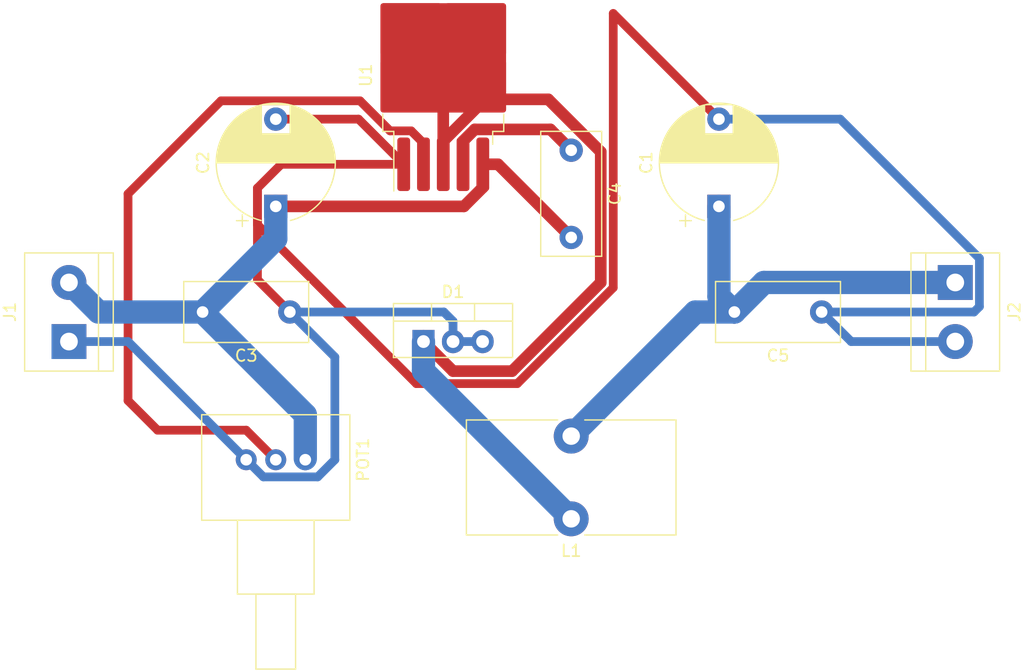
<source format=kicad_pcb>
(kicad_pcb (version 20221018) (generator pcbnew)
  (title_block (title "Regulated Voltage and High Amper Supply Module ") (date "17.11.2022") (rev "1.0") (company "by Muxtar_Safarov"))
  (layers (0 "F.Cu" signal) (31 "B.Cu" signal) (34 "B.Paste" user) (35 "F.Paste" user) (36 "B.SilkS" user "B.Silkscreen") (37 "F.SilkS" user "F.Silkscreen") (38 "B.Mask" user) (39 "F.Mask" user) (44 "Edge.Cuts" user))
  (net 0 "")
  (net 1 "Net-(J2-Pin_1)")
  (net 2 "Earth")
  (net 3 "VCC")
  (net 4 "Net-(U1-VC)")
  (net 5 "Net-(D1-K)")
  (net 6 "Net-(U1-FB)")
  (footprint "TerminalBlock:TerminalBlock_bornier-2_P5.08mm" (layer "F.Cu") (at 193.04 68.58 -90)
    (fp_text reference "J2" (at 2.54 -5.08 90) (layer "F.SilkS"))
    (fp_text value "OUT 1,25V -28V")
    (fp_line (start -2.54 -3.81) (end -2.54 3.81) (stroke (width 0.12)) (layer "F.SilkS"))
    (fp_line (start -2.54 3.81) (end 7.62 3.81) (stroke (width 0.12)) (layer "F.SilkS"))
    (fp_line (start 7.62 -3.81) (end -2.54 -3.81) (stroke (width 0.12)) (layer "F.SilkS"))
    (fp_line (start 7.62 2.54) (end -2.54 2.54) (stroke (width 0.12)) (layer "F.SilkS"))
    (fp_line (start 7.62 3.81) (end 7.62 -3.81) (stroke (width 0.12)) (layer "F.SilkS"))
    (pad "1" thru_hole rect (at 0 0 270) (size 3 3) (drill 1.52) (layers "*.Cu" "*.Mask") (net 1 "Net-(J2-Pin_1)"))
    (pad "2" thru_hole circle (at 5.08 0 270) (size 3 3) (drill 1.52) (layers "*.Cu" "*.Mask") (net 2 "Earth"))
  )
  (footprint "TerminalBlock:TerminalBlock_bornier-2_P5.08mm" (layer "F.Cu") (at 116.84 73.66 90)
    (fp_text reference "J1" (at 2.54 -5.08 90) (layer "F.SilkS"))
    (fp_text value "IN, 8V-32V")
    (fp_line (start -2.54 -3.81) (end -2.54 3.81) (stroke (width 0.12)) (layer "F.SilkS"))
    (fp_line (start -2.54 3.81) (end 7.62 3.81) (stroke (width 0.12)) (layer "F.SilkS"))
    (fp_line (start 7.62 -3.81) (end -2.54 -3.81) (stroke (width 0.12)) (layer "F.SilkS"))
    (fp_line (start 7.62 2.54) (end -2.54 2.54) (stroke (width 0.12)) (layer "F.SilkS"))
    (fp_line (start 7.62 3.81) (end 7.62 -3.81) (stroke (width 0.12)) (layer "F.SilkS"))
    (pad "1" thru_hole rect (at 0 0 90) (size 3 3) (drill 1.52) (layers "*.Cu" "*.Mask") (net 2 "Earth"))
    (pad "2" thru_hole circle (at 5.08 0 90) (size 3 3) (drill 1.52) (layers "*.Cu" "*.Mask") (net 3 "VCC"))
  )
  (footprint "Inductor_THT:L_Toroid_Vertical_L17.8mm_W9.7mm_P7.11mm_Pulse_B" (layer "F.Cu") (at 160.02 88.9 180)
    (fp_text reference "L1" (at 0 -2.75) (layer "F.SilkS"))
    (fp_text value "100uH")
    (fp_line (start -9.01 -1.39) (end -9.01 8.5) (stroke (width 0.12)) (layer "F.SilkS"))
    (fp_line (start -9.01 -1.39) (end -1.166 -1.39) (stroke (width 0.12)) (layer "F.SilkS"))
    (fp_line (start -9.01 8.5) (end -1.166 8.5) (stroke (width 0.12)) (layer "F.SilkS"))
    (fp_line (start 1.166 -1.39) (end 9.01 -1.39) (stroke (width 0.12)) (layer "F.SilkS"))
    (fp_line (start 1.166 8.5) (end 9.01 8.5) (stroke (width 0.12)) (layer "F.SilkS"))
    (fp_line (start 9.01 -1.39) (end 9.01 8.5) (stroke (width 0.12)) (layer "F.SilkS"))
    (pad "1" thru_hole circle (at 0 0 180) (size 3 3) (drill 1.5) (layers "*.Cu" "*.Mask") (net 5 "Net-(D1-K)"))
    (pad "2" thru_hole circle (at 0 7.11 180) (size 3 3) (drill 1.5) (layers "*.Cu" "*.Mask") (net 1 "Net-(J2-Pin_1)"))
  )
  (footprint "Capacitor_THT:C_Disc_D10.5mm_W5.0mm_P7.50mm" (layer "F.Cu") (at 160.02 57.21 -90)
    (fp_text reference "C4" (at 3.75 -3.75 90) (layer "F.SilkS"))
    (fp_text value "10uF")
    (fp_line (start -1.62 -2.62) (end -1.62 2.62) (stroke (width 0.12)) (layer "F.SilkS"))
    (fp_line (start -1.62 -2.62) (end 9.12 -2.62) (stroke (width 0.12)) (layer "F.SilkS"))
    (fp_line (start -1.62 2.62) (end 9.12 2.62) (stroke (width 0.12)) (layer "F.SilkS"))
    (fp_line (start 9.12 -2.62) (end 9.12 2.62) (stroke (width 0.12)) (layer "F.SilkS"))
    (pad "1" thru_hole circle (at 0 0 270) (size 2 2) (drill 1) (layers "*.Cu" "*.Mask") (net 4 "Net-(U1-VC)"))
    (pad "2" thru_hole circle (at 7.5 0 270) (size 2 2) (drill 1) (layers "*.Cu" "*.Mask") (net 3 "VCC"))
  )
  (footprint "Package_TO_SOT_SMD:TO-263-5_TabPin3" (layer "F.Cu") (at 149.02 50.77 90)
    (fp_text reference "U1" (at 0 -6.65 90) (layer "F.SilkS"))
    (fp_text value "XL4015")
    (fp_line (start -4.825 -5.2) (end -4.825 -4.25) (stroke (width 0.12)) (layer "F.SilkS"))
    (fp_line (start -4.825 -4.25) (end -9.95 -4.25) (stroke (width 0.12)) (layer "F.SilkS"))
    (fp_line (start -4.825 4.25) (end -5.925 4.25) (stroke (width 0.12)) (layer "F.SilkS"))
    (fp_line (start -4.825 5.2) (end -4.825 4.25) (stroke (width 0.12)) (layer "F.SilkS"))
    (fp_line (start -3.325 -5.2) (end -4.825 -5.2) (stroke (width 0.12)) (layer "F.SilkS"))
    (fp_line (start -3.325 5.2) (end -4.825 5.2) (stroke (width 0.12)) (layer "F.SilkS"))
    (pad "1" smd roundrect (at -7.65 -3.4 90) (size 4.6 1.1) (layers "F.Cu" "F.Paste" "F.Mask") (roundrect_rratio 0.2272727273) (net 2 "Earth"))
    (pad "2" smd roundrect (at -7.65 -1.7 90) (size 4.6 1.1) (layers "F.Cu" "F.Paste" "F.Mask") (roundrect_rratio 0.2272727273) (net 6 "Net-(U1-FB)"))
    (pad "3" smd roundrect (at -7.65 0 90) (size 4.6 1.1) (layers "F.Cu" "F.Paste" "F.Mask") (roundrect_rratio 0.2272727273) (net 5 "Net-(D1-K)"))
    (pad "3" smd roundrect (at -0.925 -2.775 90) (size 4.55 5.25) (layers "F.Cu" "F.Paste") (roundrect_rratio 0.05494505495) (net 5 "Net-(D1-K)"))
    (pad "3" smd roundrect (at -0.925 2.775 90) (size 4.55 5.25) (layers "F.Cu" "F.Paste") (roundrect_rratio 0.05494505495) (net 5 "Net-(D1-K)"))
    (pad "3" smd roundrect (at 1.5 0 90) (size 9.4 10.8) (layers "F.Cu" "F.Mask") (roundrect_rratio 0.02659595745) (net 5 "Net-(D1-K)"))
    (pad "3" smd roundrect (at 3.925 -2.775 90) (size 4.55 5.25) (layers "F.Cu" "F.Paste") (roundrect_rratio 0.05494505495) (net 5 "Net-(D1-K)"))
    (pad "3" smd roundrect (at 3.925 2.775 90) (size 4.55 5.25) (layers "F.Cu" "F.Paste") (roundrect_rratio 0.05494505495) (net 5 "Net-(D1-K)"))
    (pad "4" smd roundrect (at -7.65 1.7 90) (size 4.6 1.1) (layers "F.Cu" "F.Paste" "F.Mask") (roundrect_rratio 0.2272727273) (net 4 "Net-(U1-VC)"))
    (pad "5" smd roundrect (at -7.65 3.4 90) (size 4.6 1.1) (layers "F.Cu" "F.Paste" "F.Mask") (roundrect_rratio 0.2272727273) (net 3 "VCC"))
  )
  (footprint "Capacitor_THT:CP_Radial_D10.0mm_P7.50mm" (layer "F.Cu") (at 172.72 62.037677 90)
    (fp_text reference "C1" (at 3.75 -6.25 90) (layer "F.SilkS"))
    (fp_text value "3300uF")
    (fp_line (start -1.729646 -2.875) (end -0.729646 -2.875) (stroke (width 0.12)) (layer "F.SilkS"))
    (fp_line (start -1.229646 -3.375) (end -1.229646 -2.375) (stroke (width 0.12)) (layer "F.SilkS"))
    (fp_line (start 3.75 -5.08) (end 3.75 5.08) (stroke (width 0.12)) (layer "F.SilkS"))
    (fp_line (start 3.79 -5.08) (end 3.79 5.08) (stroke (width 0.12)) (layer "F.SilkS"))
    (fp_line (start 3.83 -5.08) (end 3.83 5.08) (stroke (width 0.12)) (layer "F.SilkS"))
    (fp_line (start 3.87 -5.079) (end 3.87 5.079) (stroke (width 0.12)) (layer "F.SilkS"))
    (fp_line (start 3.91 -5.078) (end 3.91 5.078) (stroke (width 0.12)) (layer "F.SilkS"))
    (fp_line (start 3.95 -5.077) (end 3.95 5.077) (stroke (width 0.12)) (layer "F.SilkS"))
    (fp_line (start 3.99 -5.075) (end 3.99 5.075) (stroke (width 0.12)) (layer "F.SilkS"))
    (fp_line (start 4.03 -5.073) (end 4.03 5.073) (stroke (width 0.12)) (layer "F.SilkS"))
    (fp_line (start 4.07 -5.07) (end 4.07 5.07) (stroke (width 0.12)) (layer "F.SilkS"))
    (fp_line (start 4.11 -5.068) (end 4.11 5.068) (stroke (width 0.12)) (layer "F.SilkS"))
    (fp_line (start 4.15 -5.065) (end 4.15 5.065) (stroke (width 0.12)) (layer "F.SilkS"))
    (fp_line (start 4.19 -5.062) (end 4.19 5.062) (stroke (width 0.12)) (layer "F.SilkS"))
    (fp_line (start 4.23 -5.058) (end 4.23 5.058) (stroke (width 0.12)) (layer "F.SilkS"))
    (fp_line (start 4.27 -5.054) (end 4.27 5.054) (stroke (width 0.12)) (layer "F.SilkS"))
    (fp_line (start 4.31 -5.05) (end 4.31 5.05) (stroke (width 0.12)) (layer "F.SilkS"))
    (fp_line (start 4.35 -5.045) (end 4.35 5.045) (stroke (width 0.12)) (layer "F.SilkS"))
    (fp_line (start 4.39 -5.04) (end 4.39 5.04) (stroke (width 0.12)) (layer "F.SilkS"))
    (fp_line (start 4.43 -5.035) (end 4.43 5.035) (stroke (width 0.12)) (layer "F.SilkS"))
    (fp_line (start 4.471 -5.03) (end 4.471 5.03) (stroke (width 0.12)) (layer "F.SilkS"))
    (fp_line (start 4.511 -5.024) (end 4.511 5.024) (stroke (width 0.12)) (layer "F.SilkS"))
    (fp_line (start 4.551 -5.018) (end 4.551 5.018) (stroke (width 0.12)) (layer "F.SilkS"))
    (fp_line (start 4.591 -5.011) (end 4.591 5.011) (stroke (width 0.12)) (layer "F.SilkS"))
    (fp_line (start 4.631 -5.004) (end 4.631 5.004) (stroke (width 0.12)) (layer "F.SilkS"))
    (fp_line (start 4.671 -4.997) (end 4.671 4.997) (stroke (width 0.12)) (layer "F.SilkS"))
    (fp_line (start 4.711 -4.99) (end 4.711 4.99) (stroke (width 0.12)) (layer "F.SilkS"))
    (fp_line (start 4.751 -4.982) (end 4.751 4.982) (stroke (width 0.12)) (layer "F.SilkS"))
    (fp_line (start 4.791 -4.974) (end 4.791 4.974) (stroke (width 0.12)) (layer "F.SilkS"))
    (fp_line (start 4.831 -4.965) (end 4.831 4.965) (stroke (width 0.12)) (layer "F.SilkS"))
    (fp_line (start 4.871 -4.956) (end 4.871 4.956) (stroke (width 0.12)) (layer "F.SilkS"))
    (fp_line (start 4.911 -4.947) (end 4.911 4.947) (stroke (width 0.12)) (layer "F.SilkS"))
    (fp_line (start 4.951 -4.938) (end 4.951 4.938) (stroke (width 0.12)) (layer "F.SilkS"))
    (fp_line (start 4.991 -4.928) (end 4.991 4.928) (stroke (width 0.12)) (layer "F.SilkS"))
    (fp_line (start 5.031 -4.918) (end 5.031 4.918) (stroke (width 0.12)) (layer "F.SilkS"))
    (fp_line (start 5.071 -4.907) (end 5.071 4.907) (stroke (width 0.12)) (layer "F.SilkS"))
    (fp_line (start 5.111 -4.897) (end 5.111 4.897) (stroke (width 0.12)) (layer "F.SilkS"))
    (fp_line (start 5.151 -4.885) (end 5.151 4.885) (stroke (width 0.12)) (layer "F.SilkS"))
    (fp_line (start 5.191 -4.874) (end 5.191 4.874) (stroke (width 0.12)) (layer "F.SilkS"))
    (fp_line (start 5.231 -4.862) (end 5.231 4.862) (stroke (width 0.12)) (layer "F.SilkS"))
    (fp_line (start 5.271 -4.85) (end 5.271 4.85) (stroke (width 0.12)) (layer "F.SilkS"))
    (fp_line (start 5.311 -4.837) (end 5.311 4.837) (stroke (width 0.12)) (layer "F.SilkS"))
    (fp_line (start 5.351 -4.824) (end 5.351 4.824) (stroke (width 0.12)) (layer "F.SilkS"))
    (fp_line (start 5.391 -4.811) (end 5.391 4.811) (stroke (width 0.12)) (layer "F.SilkS"))
    (fp_line (start 5.431 -4.797) (end 5.431 4.797) (stroke (width 0.12)) (layer "F.SilkS"))
    (fp_line (start 5.471 -4.783) (end 5.471 4.783) (stroke (width 0.12)) (layer "F.SilkS"))
    (fp_line (start 5.511 -4.768) (end 5.511 4.768) (stroke (width 0.12)) (layer "F.SilkS"))
    (fp_line (start 5.551 -4.754) (end 5.551 4.754) (stroke (width 0.12)) (layer "F.SilkS"))
    (fp_line (start 5.591 -4.738) (end 5.591 4.738) (stroke (width 0.12)) (layer "F.SilkS"))
    (fp_line (start 5.631 -4.723) (end 5.631 4.723) (stroke (width 0.12)) (layer "F.SilkS"))
    (fp_line (start 5.671 -4.707) (end 5.671 4.707) (stroke (width 0.12)) (layer "F.SilkS"))
    (fp_line (start 5.711 -4.69) (end 5.711 4.69) (stroke (width 0.12)) (layer "F.SilkS"))
    (fp_line (start 5.751 -4.674) (end 5.751 4.674) (stroke (width 0.12)) (layer "F.SilkS"))
    (fp_line (start 5.791 -4.657) (end 5.791 4.657) (stroke (width 0.12)) (layer "F.SilkS"))
    (fp_line (start 5.831 -4.639) (end 5.831 4.639) (stroke (width 0.12)) (layer "F.SilkS"))
    (fp_line (start 5.871 -4.621) (end 5.871 4.621) (stroke (width 0.12)) (layer "F.SilkS"))
    (fp_line (start 5.911 -4.603) (end 5.911 4.603) (stroke (width 0.12)) (layer "F.SilkS"))
    (fp_line (start 5.951 -4.584) (end 5.951 4.584) (stroke (width 0.12)) (layer "F.SilkS"))
    (fp_line (start 5.991 -4.564) (end 5.991 4.564) (stroke (width 0.12)) (layer "F.SilkS"))
    (fp_line (start 6.031 -4.545) (end 6.031 4.545) (stroke (width 0.12)) (layer "F.SilkS"))
    (fp_line (start 6.071 -4.525) (end 6.071 4.525) (stroke (width 0.12)) (layer "F.SilkS"))
    (fp_line (start 6.111 -4.504) (end 6.111 4.504) (stroke (width 0.12)) (layer "F.SilkS"))
    (fp_line (start 6.151 -4.483) (end 6.151 4.483) (stroke (width 0.12)) (layer "F.SilkS"))
    (fp_line (start 6.191 -4.462) (end 6.191 4.462) (stroke (width 0.12)) (layer "F.SilkS"))
    (fp_line (start 6.231 -4.44) (end 6.231 4.44) (stroke (width 0.12)) (layer "F.SilkS"))
    (fp_line (start 6.271 -4.417) (end 6.271 -1.241) (stroke (width 0.12)) (layer "F.SilkS"))
    (fp_line (start 6.271 1.241) (end 6.271 4.417) (stroke (width 0.12)) (layer "F.SilkS"))
    (fp_line (start 6.311 -4.395) (end 6.311 -1.241) (stroke (width 0.12)) (layer "F.SilkS"))
    (fp_line (start 6.311 1.241) (end 6.311 4.395) (stroke (width 0.12)) (layer "F.SilkS"))
    (fp_line (start 6.351 -4.371) (end 6.351 -1.241) (stroke (width 0.12)) (layer "F.SilkS"))
    (fp_line (start 6.351 1.241) (end 6.351 4.371) (stroke (width 0.12)) (layer "F.SilkS"))
    (fp_line (start 6.391 -4.347) (end 6.391 -1.241) (stroke (width 0.12)) (layer "F.SilkS"))
    (fp_line (start 6.391 1.241) (end 6.391 4.347) (stroke (width 0.12)) (layer "F.SilkS"))
    (fp_line (start 6.431 -4.323) (end 6.431 -1.241) (stroke (width 0.12)) (layer "F.SilkS"))
    (fp_line (start 6.431 1.241) (end 6.431 4.323) (stroke (width 0.12)) (layer "F.SilkS"))
    (fp_line (start 6.471 -4.298) (end 6.471 -1.241) (stroke (width 0.12)) (layer "F.SilkS"))
    (fp_line (start 6.471 1.241) (end 6.471 4.298) (stroke (width 0.12)) (layer "F.SilkS"))
    (fp_line (start 6.511 -4.273) (end 6.511 -1.241) (stroke (width 0.12)) (layer "F.SilkS"))
    (fp_line (start 6.511 1.241) (end 6.511 4.273) (stroke (width 0.12)) (layer "F.SilkS"))
    (fp_line (start 6.551 -4.247) (end 6.551 -1.241) (stroke (width 0.12)) (layer "F.SilkS"))
    (fp_line (start 6.551 1.241) (end 6.551 4.247) (stroke (width 0.12)) (layer "F.SilkS"))
    (fp_line (start 6.591 -4.221) (end 6.591 -1.241) (stroke (width 0.12)) (layer "F.SilkS"))
    (fp_line (start 6.591 1.241) (end 6.591 4.221) (stroke (width 0.12)) (layer "F.SilkS"))
    (fp_line (start 6.631 -4.194) (end 6.631 -1.241) (stroke (width 0.12)) (layer "F.SilkS"))
    (fp_line (start 6.631 1.241) (end 6.631 4.194) (stroke (width 0.12)) (layer "F.SilkS"))
    (fp_line (start 6.671 -4.166) (end 6.671 -1.241) (stroke (width 0.12)) (layer "F.SilkS"))
    (fp_line (start 6.671 1.241) (end 6.671 4.166) (stroke (width 0.12)) (layer "F.SilkS"))
    (fp_line (start 6.711 -4.138) (end 6.711 -1.241) (stroke (width 0.12)) (layer "F.SilkS"))
    (fp_line (start 6.711 1.241) (end 6.711 4.138) (stroke (width 0.12)) (layer "F.SilkS"))
    (fp_line (start 6.751 -4.11) (end 6.751 -1.241) (stroke (width 0.12)) (layer "F.SilkS"))
    (fp_line (start 6.751 1.241) (end 6.751 4.11) (stroke (width 0.12)) (layer "F.SilkS"))
    (fp_line (start 6.791 -4.08) (end 6.791 -1.241) (stroke (width 0.12)) (layer "F.SilkS"))
    (fp_line (start 6.791 1.241) (end 6.791 4.08) (stroke (width 0.12)) (layer "F.SilkS"))
    (fp_line (start 6.831 -4.05) (end 6.831 -1.241) (stroke (width 0.12)) (layer "F.SilkS"))
    (fp_line (start 6.831 1.241) (end 6.831 4.05) (stroke (width 0.12)) (layer "F.SilkS"))
    (fp_line (start 6.871 -4.02) (end 6.871 -1.241) (stroke (width 0.12)) (layer "F.SilkS"))
    (fp_line (start 6.871 1.241) (end 6.871 4.02) (stroke (width 0.12)) (layer "F.SilkS"))
    (fp_line (start 6.911 -3.989) (end 6.911 -1.241) (stroke (width 0.12)) (layer "F.SilkS"))
    (fp_line (start 6.911 1.241) (end 6.911 3.989) (stroke (width 0.12)) (layer "F.SilkS"))
    (fp_line (start 6.951 -3.957) (end 6.951 -1.241) (stroke (width 0.12)) (layer "F.SilkS"))
    (fp_line (start 6.951 1.241) (end 6.951 3.957) (stroke (width 0.12)) (layer "F.SilkS"))
    (fp_line (start 6.991 -3.925) (end 6.991 -1.241) (stroke (width 0.12)) (layer "F.SilkS"))
    (fp_line (start 6.991 1.241) (end 6.991 3.925) (stroke (width 0.12)) (layer "F.SilkS"))
    (fp_line (start 7.031 -3.892) (end 7.031 -1.241) (stroke (width 0.12)) (layer "F.SilkS"))
    (fp_line (start 7.031 1.241) (end 7.031 3.892) (stroke (width 0.12)) (layer "F.SilkS"))
    (fp_line (start 7.071 -3.858) (end 7.071 -1.241) (stroke (width 0.12)) (layer "F.SilkS"))
    (fp_line (start 7.071 1.241) (end 7.071 3.858) (stroke (width 0.12)) (layer "F.SilkS"))
    (fp_line (start 7.111 -3.824) (end 7.111 -1.241) (stroke (width 0.12)) (layer "F.SilkS"))
    (fp_line (start 7.111 1.241) (end 7.111 3.824) (stroke (width 0.12)) (layer "F.SilkS"))
    (fp_line (start 7.151 -3.789) (end 7.151 -1.241) (stroke (width 0.12)) (layer "F.SilkS"))
    (fp_line (start 7.151 1.241) (end 7.151 3.789) (stroke (width 0.12)) (layer "F.SilkS"))
    (fp_line (start 7.191 -3.753) (end 7.191 -1.241) (stroke (width 0.12)) (layer "F.SilkS"))
    (fp_line (start 7.191 1.241) (end 7.191 3.753) (stroke (width 0.12)) (layer "F.SilkS"))
    (fp_line (start 7.231 -3.716) (end 7.231 -1.241) (stroke (width 0.12)) (layer "F.SilkS"))
    (fp_line (start 7.231 1.241) (end 7.231 3.716) (stroke (width 0.12)) (layer "F.SilkS"))
    (fp_line (start 7.271 -3.679) (end 7.271 -1.241) (stroke (width 0.12)) (layer "F.SilkS"))
    (fp_line (start 7.271 1.241) (end 7.271 3.679) (stroke (width 0.12)) (layer "F.SilkS"))
    (fp_line (start 7.311 -3.64) (end 7.311 -1.241) (stroke (width 0.12)) (layer "F.SilkS"))
    (fp_line (start 7.311 1.241) (end 7.311 3.64) (stroke (width 0.12)) (layer "F.SilkS"))
    (fp_line (start 7.351 -3.601) (end 7.351 -1.241) (stroke (width 0.12)) (layer "F.SilkS"))
    (fp_line (start 7.351 1.241) (end 7.351 3.601) (stroke (width 0.12)) (layer "F.SilkS"))
    (fp_line (start 7.391 -3.561) (end 7.391 -1.241) (stroke (width 0.12)) (layer "F.SilkS"))
    (fp_line (start 7.391 1.241) (end 7.391 3.561) (stroke (width 0.12)) (layer "F.SilkS"))
    (fp_line (start 7.431 -3.52) (end 7.431 -1.241) (stroke (width 0.12)) (layer "F.SilkS"))
    (fp_line (start 7.431 1.241) (end 7.431 3.52) (stroke (width 0.12)) (layer "F.SilkS"))
    (fp_line (start 7.471 -3.478) (end 7.471 -1.241) (stroke (width 0.12)) (layer "F.SilkS"))
    (fp_line (start 7.471 1.241) (end 7.471 3.478) (stroke (width 0.12)) (layer "F.SilkS"))
    (fp_line (start 7.511 -3.436) (end 7.511 -1.241) (stroke (width 0.12)) (layer "F.SilkS"))
    (fp_line (start 7.511 1.241) (end 7.511 3.436) (stroke (width 0.12)) (layer "F.SilkS"))
    (fp_line (start 7.551 -3.392) (end 7.551 -1.241) (stroke (width 0.12)) (layer "F.SilkS"))
    (fp_line (start 7.551 1.241) (end 7.551 3.392) (stroke (width 0.12)) (layer "F.SilkS"))
    (fp_line (start 7.591 -3.347) (end 7.591 -1.241) (stroke (width 0.12)) (layer "F.SilkS"))
    (fp_line (start 7.591 1.241) (end 7.591 3.347) (stroke (width 0.12)) (layer "F.SilkS"))
    (fp_line (start 7.631 -3.301) (end 7.631 -1.241) (stroke (width 0.12)) (layer "F.SilkS"))
    (fp_line (start 7.631 1.241) (end 7.631 3.301) (stroke (width 0.12)) (layer "F.SilkS"))
    (fp_line (start 7.671 -3.254) (end 7.671 -1.241) (stroke (width 0.12)) (layer "F.SilkS"))
    (fp_line (start 7.671 1.241) (end 7.671 3.254) (stroke (width 0.12)) (layer "F.SilkS"))
    (fp_line (start 7.711 -3.206) (end 7.711 -1.241) (stroke (width 0.12)) (layer "F.SilkS"))
    (fp_line (start 7.711 1.241) (end 7.711 3.206) (stroke (width 0.12)) (layer "F.SilkS"))
    (fp_line (start 7.751 -3.156) (end 7.751 -1.241) (stroke (width 0.12)) (layer "F.SilkS"))
    (fp_line (start 7.751 1.241) (end 7.751 3.156) (stroke (width 0.12)) (layer "F.SilkS"))
    (fp_line (start 7.791 -3.106) (end 7.791 -1.241) (stroke (width 0.12)) (layer "F.SilkS"))
    (fp_line (start 7.791 1.241) (end 7.791 3.106) (stroke (width 0.12)) (layer "F.SilkS"))
    (fp_line (start 7.831 -3.054) (end 7.831 -1.241) (stroke (width 0.12)) (layer "F.SilkS"))
    (fp_line (start 7.831 1.241) (end 7.831 3.054) (stroke (width 0.12)) (layer "F.SilkS"))
    (fp_line (start 7.871 -3) (end 7.871 -1.241) (stroke (width 0.12)) (layer "F.SilkS"))
    (fp_line (start 7.871 1.241) (end 7.871 3) (stroke (width 0.12)) (layer "F.SilkS"))
    (fp_line (start 7.911 -2.945) (end 7.911 -1.241) (stroke (width 0.12)) (layer "F.SilkS"))
    (fp_line (start 7.911 1.241) (end 7.911 2.945) (stroke (width 0.12)) (layer "F.SilkS"))
    (fp_line (start 7.951 -2.889) (end 7.951 -1.241) (stroke (width 0.12)) (layer "F.SilkS"))
    (fp_line (start 7.951 1.241) (end 7.951 2.889) (stroke (width 0.12)) (layer "F.SilkS"))
    (fp_line (start 7.991 -2.83) (end 7.991 -1.241) (stroke (width 0.12)) (layer "F.SilkS"))
    (fp_line (start 7.991 1.241) (end 7.991 2.83) (stroke (width 0.12)) (layer "F.SilkS"))
    (fp_line (start 8.031 -2.77) (end 8.031 -1.241) (stroke (width 0.12)) (layer "F.SilkS"))
    (fp_line (start 8.031 1.241) (end 8.031 2.77) (stroke (width 0.12)) (layer "F.SilkS"))
    (fp_line (start 8.071 -2.709) (end 8.071 -1.241) (stroke (width 0.12)) (layer "F.SilkS"))
    (fp_line (start 8.071 1.241) (end 8.071 2.709) (stroke (width 0.12)) (layer "F.SilkS"))
    (fp_line (start 8.111 -2.645) (end 8.111 -1.241) (stroke (width 0.12)) (layer "F.SilkS"))
    (fp_line (start 8.111 1.241) (end 8.111 2.645) (stroke (width 0.12)) (layer "F.SilkS"))
    (fp_line (start 8.151 -2.579) (end 8.151 -1.241) (stroke (width 0.12)) (layer "F.SilkS"))
    (fp_line (start 8.151 1.241) (end 8.151 2.579) (stroke (width 0.12)) (layer "F.SilkS"))
    (fp_line (start 8.191 -2.51) (end 8.191 -1.241) (stroke (width 0.12)) (layer "F.SilkS"))
    (fp_line (start 8.191 1.241) (end 8.191 2.51) (stroke (width 0.12)) (layer "F.SilkS"))
    (fp_line (start 8.231 -2.439) (end 8.231 -1.241) (stroke (width 0.12)) (layer "F.SilkS"))
    (fp_line (start 8.231 1.241) (end 8.231 2.439) (stroke (width 0.12)) (layer "F.SilkS"))
    (fp_line (start 8.271 -2.365) (end 8.271 -1.241) (stroke (width 0.12)) (layer "F.SilkS"))
    (fp_line (start 8.271 1.241) (end 8.271 2.365) (stroke (width 0.12)) (layer "F.SilkS"))
    (fp_line (start 8.311 -2.289) (end 8.311 -1.241) (stroke (width 0.12)) (layer "F.SilkS"))
    (fp_line (start 8.311 1.241) (end 8.311 2.289) (stroke (width 0.12)) (layer "F.SilkS"))
    (fp_line (start 8.351 -2.209) (end 8.351 -1.241) (stroke (width 0.12)) (layer "F.SilkS"))
    (fp_line (start 8.351 1.241) (end 8.351 2.209) (stroke (width 0.12)) (layer "F.SilkS"))
    (fp_line (start 8.391 -2.125) (end 8.391 -1.241) (stroke (width 0.12)) (layer "F.SilkS"))
    (fp_line (start 8.391 1.241) (end 8.391 2.125) (stroke (width 0.12)) (layer "F.SilkS"))
    (fp_line (start 8.431 -2.037) (end 8.431 -1.241) (stroke (width 0.12)) (layer "F.SilkS"))
    (fp_line (start 8.431 1.241) (end 8.431 2.037) (stroke (width 0.12)) (layer "F.SilkS"))
    (fp_line (start 8.471 -1.944) (end 8.471 -1.241) (stroke (width 0.12)) (layer "F.SilkS"))
    (fp_line (start 8.471 1.241) (end 8.471 1.944) (stroke (width 0.12)) (layer "F.SilkS"))
    (fp_line (start 8.511 -1.846) (end 8.511 -1.241) (stroke (width 0.12)) (layer "F.SilkS"))
    (fp_line (start 8.511 1.241) (end 8.511 1.846) (stroke (width 0.12)) (layer "F.SilkS"))
    (fp_line (start 8.551 -1.742) (end 8.551 -1.241) (stroke (width 0.12)) (layer "F.SilkS"))
    (fp_line (start 8.551 1.241) (end 8.551 1.742) (stroke (width 0.12)) (layer "F.SilkS"))
    (fp_line (start 8.591 -1.63) (end 8.591 -1.241) (stroke (width 0.12)) (layer "F.SilkS"))
    (fp_line (start 8.591 1.241) (end 8.591 1.63) (stroke (width 0.12)) (layer "F.SilkS"))
    (fp_line (start 8.631 -1.51) (end 8.631 -1.241) (stroke (width 0.12)) (layer "F.SilkS"))
    (fp_line (start 8.631 1.241) (end 8.631 1.51) (stroke (width 0.12)) (layer "F.SilkS"))
    (fp_line (start 8.671 -1.378) (end 8.671 -1.241) (stroke (width 0.12)) (layer "F.SilkS"))
    (fp_line (start 8.671 1.241) (end 8.671 1.378) (stroke (width 0.12)) (layer "F.SilkS"))
    (fp_line (start 8.751 -1.062) (end 8.751 1.062) (stroke (width 0.12)) (layer "F.SilkS"))
    (fp_line (start 8.791 -0.862) (end 8.791 0.862) (stroke (width 0.12)) (layer "F.SilkS"))
    (fp_line (start 8.831 -0.599) (end 8.831 0.599) (stroke (width 0.12)) (layer "F.SilkS"))
    (fp_arc (start -1.21254 -1.26) (mid 8.87 0) (end -1.21254 1.26) (stroke (width 0.12)) (layer "F.SilkS"))
    (pad "1" thru_hole rect (at 0 0 90) (size 2 2) (drill 1) (layers "*.Cu" "*.Mask") (net 1 "Net-(J2-Pin_1)"))
    (pad "2" thru_hole circle (at 7.5 0 90) (size 2 2) (drill 1) (layers "*.Cu" "*.Mask") (net 2 "Earth"))
  )
  (footprint "Package_TO_SOT_THT:TO-220-3_Vertical" (layer "F.Cu") (at 147.32 73.66)
    (fp_text reference "D1" (at 2.54 -4.27) (layer "F.SilkS"))
    (fp_text value "MBR2045")
    (fp_line (start -2.58 -3.27) (end -2.58 1.371) (stroke (width 0.12)) (layer "F.SilkS"))
    (fp_line (start -2.58 -3.27) (end 7.66 -3.27) (stroke (width 0.12)) (layer "F.SilkS"))
    (fp_line (start -2.58 -1.76) (end 7.66 -1.76) (stroke (width 0.12)) (layer "F.SilkS"))
    (fp_line (start -2.58 1.371) (end 7.66 1.371) (stroke (width 0.12)) (layer "F.SilkS"))
    (fp_line (start 0.69 -3.27) (end 0.69 -1.76) (stroke (width 0.12)) (layer "F.SilkS"))
    (fp_line (start 4.391 -3.27) (end 4.391 -1.76) (stroke (width 0.12)) (layer "F.SilkS"))
    (fp_line (start 7.66 -3.27) (end 7.66 1.371) (stroke (width 0.12)) (layer "F.SilkS"))
    (pad "1" thru_hole rect (at 0 0) (size 1.905 2) (drill 1.1) (layers "*.Cu" "*.Mask") (net 5 "Net-(D1-K)"))
    (pad "2" thru_hole oval (at 2.54 0) (size 1.905 2) (drill 1.1) (layers "*.Cu" "*.Mask") (net 2 "Earth"))
    (pad "3" thru_hole oval (at 5.08 0) (size 1.905 2) (drill 1.1) (layers "*.Cu" "*.Mask") (net 2 "Earth"))
  )
  (footprint "Potentiometer_THT:Potentiometer_Vishay_148-149_Single_Horizontal" (layer "F.Cu") (at 132.08 83.82 -90)
    (fp_text reference "POT1" (at 0 -10.04 90) (layer "F.SilkS"))
    (fp_text value "50K")
    (fp_line (start -3.87 -8.91) (end -3.87 3.83) (stroke (width 0.12)) (layer "F.SilkS"))
    (fp_line (start -3.87 -8.91) (end 5.2 -8.91) (stroke (width 0.12)) (layer "F.SilkS"))
    (fp_line (start -3.87 3.83) (end 5.2 3.83) (stroke (width 0.12)) (layer "F.SilkS"))
    (fp_line (start 5.2 -8.91) (end 5.2 3.83) (stroke (width 0.12)) (layer "F.SilkS"))
    (fp_line (start 5.2 -5.835) (end 5.2 0.755) (stroke (width 0.12)) (layer "F.SilkS"))
    (fp_line (start 5.2 -5.835) (end 11.55 -5.835) (stroke (width 0.12)) (layer "F.SilkS"))
    (fp_line (start 5.2 0.755) (end 11.55 0.755) (stroke (width 0.12)) (layer "F.SilkS"))
    (fp_line (start 11.55 -5.835) (end 11.55 0.755) (stroke (width 0.12)) (layer "F.SilkS"))
    (fp_line (start 11.55 -4.244) (end 11.55 -0.835) (stroke (width 0.12)) (layer "F.SilkS"))
    (fp_line (start 11.55 -4.244) (end 18 -4.244) (stroke (width 0.12)) (layer "F.SilkS"))
    (fp_line (start 11.55 -0.835) (end 18 -0.835) (stroke (width 0.12)) (layer "F.SilkS"))
    (fp_line (start 18 -4.244) (end 18 -0.835) (stroke (width 0.12)) (layer "F.SilkS"))
    (pad "1" thru_hole circle (at 0 0 270) (size 1.8 1.8) (drill 1) (layers "*.Cu" "*.Mask") (net 2 "Earth"))
    (pad "2" thru_hole circle (at 0 -2.54 270) (size 1.8 1.8) (drill 1) (layers "*.Cu" "*.Mask") (net 6 "Net-(U1-FB)"))
    (pad "3" thru_hole circle (at 0 -5.08 270) (size 1.8 1.8) (drill 1) (layers "*.Cu" "*.Mask") (net 3 "VCC"))
  )
  (footprint "Capacitor_THT:C_Disc_D10.5mm_W5.0mm_P7.50mm" (layer "F.Cu") (at 181.55 71.12 180)
    (fp_text reference "C5" (at 3.75 -3.75) (layer "F.SilkS"))
    (fp_text value "10uF")
    (fp_line (start -1.62 -2.62) (end -1.62 2.62) (stroke (width 0.12)) (layer "F.SilkS"))
    (fp_line (start -1.62 -2.62) (end 9.12 -2.62) (stroke (width 0.12)) (layer "F.SilkS"))
    (fp_line (start -1.62 2.62) (end 9.12 2.62) (stroke (width 0.12)) (layer "F.SilkS"))
    (fp_line (start 9.12 -2.62) (end 9.12 2.62) (stroke (width 0.12)) (layer "F.SilkS"))
    (pad "1" thru_hole circle (at 0 0 180) (size 2 2) (drill 1) (layers "*.Cu" "*.Mask") (net 2 "Earth"))
    (pad "2" thru_hole circle (at 7.5 0 180) (size 2 2) (drill 1) (layers "*.Cu" "*.Mask") (net 1 "Net-(J2-Pin_1)"))
  )
  (footprint "Capacitor_THT:CP_Radial_D10.0mm_P7.50mm" (layer "F.Cu") (at 134.62 62.037677 90)
    (fp_text reference "C2" (at 3.75 -6.25 90) (layer "F.SilkS"))
    (fp_text value "3300uF")
    (fp_line (start -1.729646 -2.875) (end -0.729646 -2.875) (stroke (width 0.12)) (layer "F.SilkS"))
    (fp_line (start -1.229646 -3.375) (end -1.229646 -2.375) (stroke (width 0.12)) (layer "F.SilkS"))
    (fp_line (start 3.75 -5.08) (end 3.75 5.08) (stroke (width 0.12)) (layer "F.SilkS"))
    (fp_line (start 3.79 -5.08) (end 3.79 5.08) (stroke (width 0.12)) (layer "F.SilkS"))
    (fp_line (start 3.83 -5.08) (end 3.83 5.08) (stroke (width 0.12)) (layer "F.SilkS"))
    (fp_line (start 3.87 -5.079) (end 3.87 5.079) (stroke (width 0.12)) (layer "F.SilkS"))
    (fp_line (start 3.91 -5.078) (end 3.91 5.078) (stroke (width 0.12)) (layer "F.SilkS"))
    (fp_line (start 3.95 -5.077) (end 3.95 5.077) (stroke (width 0.12)) (layer "F.SilkS"))
    (fp_line (start 3.99 -5.075) (end 3.99 5.075) (stroke (width 0.12)) (layer "F.SilkS"))
    (fp_line (start 4.03 -5.073) (end 4.03 5.073) (stroke (width 0.12)) (layer "F.SilkS"))
    (fp_line (start 4.07 -5.07) (end 4.07 5.07) (stroke (width 0.12)) (layer "F.SilkS"))
    (fp_line (start 4.11 -5.068) (end 4.11 5.068) (stroke (width 0.12)) (layer "F.SilkS"))
    (fp_line (start 4.15 -5.065) (end 4.15 5.065) (stroke (width 0.12)) (layer "F.SilkS"))
    (fp_line (start 4.19 -5.062) (end 4.19 5.062) (stroke (width 0.12)) (layer "F.SilkS"))
    (fp_line (start 4.23 -5.058) (end 4.23 5.058) (stroke (width 0.12)) (layer "F.SilkS"))
    (fp_line (start 4.27 -5.054) (end 4.27 5.054) (stroke (width 0.12)) (layer "F.SilkS"))
    (fp_line (start 4.31 -5.05) (end 4.31 5.05) (stroke (width 0.12)) (layer "F.SilkS"))
    (fp_line (start 4.35 -5.045) (end 4.35 5.045) (stroke (width 0.12)) (layer "F.SilkS"))
    (fp_line (start 4.39 -5.04) (end 4.39 5.04) (stroke (width 0.12)) (layer "F.SilkS"))
    (fp_line (start 4.43 -5.035) (end 4.43 5.035) (stroke (width 0.12)) (layer "F.SilkS"))
    (fp_line (start 4.471 -5.03) (end 4.471 5.03) (stroke (width 0.12)) (layer "F.SilkS"))
    (fp_line (start 4.511 -5.024) (end 4.511 5.024) (stroke (width 0.12)) (layer "F.SilkS"))
    (fp_line (start 4.551 -5.018) (end 4.551 5.018) (stroke (width 0.12)) (layer "F.SilkS"))
    (fp_line (start 4.591 -5.011) (end 4.591 5.011) (stroke (width 0.12)) (layer "F.SilkS"))
    (fp_line (start 4.631 -5.004) (end 4.631 5.004) (stroke (width 0.12)) (layer "F.SilkS"))
    (fp_line (start 4.671 -4.997) (end 4.671 4.997) (stroke (width 0.12)) (layer "F.SilkS"))
    (fp_line (start 4.711 -4.99) (end 4.711 4.99) (stroke (width 0.12)) (layer "F.SilkS"))
    (fp_line (start 4.751 -4.982) (end 4.751 4.982) (stroke (width 0.12)) (layer "F.SilkS"))
    (fp_line (start 4.791 -4.974) (end 4.791 4.974) (stroke (width 0.12)) (layer "F.SilkS"))
    (fp_line (start 4.831 -4.965) (end 4.831 4.965) (stroke (width 0.12)) (layer "F.SilkS"))
    (fp_line (start 4.871 -4.956) (end 4.871 4.956) (stroke (width 0.12)) (layer "F.SilkS"))
    (fp_line (start 4.911 -4.947) (end 4.911 4.947) (stroke (width 0.12)) (layer "F.SilkS"))
    (fp_line (start 4.951 -4.938) (end 4.951 4.938) (stroke (width 0.12)) (layer "F.SilkS"))
    (fp_line (start 4.991 -4.928) (end 4.991 4.928) (stroke (width 0.12)) (layer "F.SilkS"))
    (fp_line (start 5.031 -4.918) (end 5.031 4.918) (stroke (width 0.12)) (layer "F.SilkS"))
    (fp_line (start 5.071 -4.907) (end 5.071 4.907) (stroke (width 0.12)) (layer "F.SilkS"))
    (fp_line (start 5.111 -4.897) (end 5.111 4.897) (stroke (width 0.12)) (layer "F.SilkS"))
    (fp_line (start 5.151 -4.885) (end 5.151 4.885) (stroke (width 0.12)) (layer "F.SilkS"))
    (fp_line (start 5.191 -4.874) (end 5.191 4.874) (stroke (width 0.12)) (layer "F.SilkS"))
    (fp_line (start 5.231 -4.862) (end 5.231 4.862) (stroke (width 0.12)) (layer "F.SilkS"))
    (fp_line (start 5.271 -4.85) (end 5.271 4.85) (stroke (width 0.12)) (layer "F.SilkS"))
    (fp_line (start 5.311 -4.837) (end 5.311 4.837) (stroke (width 0.12)) (layer "F.SilkS"))
    (fp_line (start 5.351 -4.824) (end 5.351 4.824) (stroke (width 0.12)) (layer "F.SilkS"))
    (fp_line (start 5.391 -4.811) (end 5.391 4.811) (stroke (width 0.12)) (layer "F.SilkS"))
    (fp_line (start 5.431 -4.797) (end 5.431 4.797) (stroke (width 0.12)) (layer "F.SilkS"))
    (fp_line (start 5.471 -4.783) (end 5.471 4.783) (stroke (width 0.12)) (layer "F.SilkS"))
    (fp_line (start 5.511 -4.768) (end 5.511 4.768) (stroke (width 0.12)) (layer "F.SilkS"))
    (fp_line (start 5.551 -4.754) (end 5.551 4.754) (stroke (width 0.12)) (layer "F.SilkS"))
    (fp_line (start 5.591 -4.738) (end 5.591 4.738) (stroke (width 0.12)) (layer "F.SilkS"))
    (fp_line (start 5.631 -4.723) (end 5.631 4.723) (stroke (width 0.12)) (layer "F.SilkS"))
    (fp_line (start 5.671 -4.707) (end 5.671 4.707) (stroke (width 0.12)) (layer "F.SilkS"))
    (fp_line (start 5.711 -4.69) (end 5.711 4.69) (stroke (width 0.12)) (layer "F.SilkS"))
    (fp_line (start 5.751 -4.674) (end 5.751 4.674) (stroke (width 0.12)) (layer "F.SilkS"))
    (fp_line (start 5.791 -4.657) (end 5.791 4.657) (stroke (width 0.12)) (layer "F.SilkS"))
    (fp_line (start 5.831 -4.639) (end 5.831 4.639) (stroke (width 0.12)) (layer "F.SilkS"))
    (fp_line (start 5.871 -4.621) (end 5.871 4.621) (stroke (width 0.12)) (layer "F.SilkS"))
    (fp_line (start 5.911 -4.603) (end 5.911 4.603) (stroke (width 0.12)) (layer "F.SilkS"))
    (fp_line (start 5.951 -4.584) (end 5.951 4.584) (stroke (width 0.12)) (layer "F.SilkS"))
    (fp_line (start 5.991 -4.564) (end 5.991 4.564) (stroke (width 0.12)) (layer "F.SilkS"))
    (fp_line (start 6.031 -4.545) (end 6.031 4.545) (stroke (width 0.12)) (layer "F.SilkS"))
    (fp_line (start 6.071 -4.525) (end 6.071 4.525) (stroke (width 0.12)) (layer "F.SilkS"))
    (fp_line (start 6.111 -4.504) (end 6.111 4.504) (stroke (width 0.12)) (layer "F.SilkS"))
    (fp_line (start 6.151 -4.483) (end 6.151 4.483) (stroke (width 0.12)) (layer "F.SilkS"))
    (fp_line (start 6.191 -4.462) (end 6.191 4.462) (stroke (width 0.12)) (layer "F.SilkS"))
    (fp_line (start 6.231 -4.44) (end 6.231 4.44) (stroke (width 0.12)) (layer "F.SilkS"))
    (fp_line (start 6.271 -4.417) (end 6.271 -1.241) (stroke (width 0.12)) (layer "F.SilkS"))
    (fp_line (start 6.271 1.241) (end 6.271 4.417) (stroke (width 0.12)) (layer "F.SilkS"))
    (fp_line (start 6.311 -4.395) (end 6.311 -1.241) (stroke (width 0.12)) (layer "F.SilkS"))
    (fp_line (start 6.311 1.241) (end 6.311 4.395) (stroke (width 0.12)) (layer "F.SilkS"))
    (fp_line (start 6.351 -4.371) (end 6.351 -1.241) (stroke (width 0.12)) (layer "F.SilkS"))
    (fp_line (start 6.351 1.241) (end 6.351 4.371) (stroke (width 0.12)) (layer "F.SilkS"))
    (fp_line (start 6.391 -4.347) (end 6.391 -1.241) (stroke (width 0.12)) (layer "F.SilkS"))
    (fp_line (start 6.391 1.241) (end 6.391 4.347) (stroke (width 0.12)) (layer "F.SilkS"))
    (fp_line (start 6.431 -4.323) (end 6.431 -1.241) (stroke (width 0.12)) (layer "F.SilkS"))
    (fp_line (start 6.431 1.241) (end 6.431 4.323) (stroke (width 0.12)) (layer "F.SilkS"))
    (fp_line (start 6.471 -4.298) (end 6.471 -1.241) (stroke (width 0.12)) (layer "F.SilkS"))
    (fp_line (start 6.471 1.241) (end 6.471 4.298) (stroke (width 0.12)) (layer "F.SilkS"))
    (fp_line (start 6.511 -4.273) (end 6.511 -1.241) (stroke (width 0.12)) (layer "F.SilkS"))
    (fp_line (start 6.511 1.241) (end 6.511 4.273) (stroke (width 0.12)) (layer "F.SilkS"))
    (fp_line (start 6.551 -4.247) (end 6.551 -1.241) (stroke (width 0.12)) (layer "F.SilkS"))
    (fp_line (start 6.551 1.241) (end 6.551 4.247) (stroke (width 0.12)) (layer "F.SilkS"))
    (fp_line (start 6.591 -4.221) (end 6.591 -1.241) (stroke (width 0.12)) (layer "F.SilkS"))
    (fp_line (start 6.591 1.241) (end 6.591 4.221) (stroke (width 0.12)) (layer "F.SilkS"))
    (fp_line (start 6.631 -4.194) (end 6.631 -1.241) (stroke (width 0.12)) (layer "F.SilkS"))
    (fp_line (start 6.631 1.241) (end 6.631 4.194) (stroke (width 0.12)) (layer "F.SilkS"))
    (fp_line (start 6.671 -4.166) (end 6.671 -1.241) (stroke (width 0.12)) (layer "F.SilkS"))
    (fp_line (start 6.671 1.241) (end 6.671 4.166) (stroke (width 0.12)) (layer "F.SilkS"))
    (fp_line (start 6.711 -4.138) (end 6.711 -1.241) (stroke (width 0.12)) (layer "F.SilkS"))
    (fp_line (start 6.711 1.241) (end 6.711 4.138) (stroke (width 0.12)) (layer "F.SilkS"))
    (fp_line (start 6.751 -4.11) (end 6.751 -1.241) (stroke (width 0.12)) (layer "F.SilkS"))
    (fp_line (start 6.751 1.241) (end 6.751 4.11) (stroke (width 0.12)) (layer "F.SilkS"))
    (fp_line (start 6.791 -4.08) (end 6.791 -1.241) (stroke (width 0.12)) (layer "F.SilkS"))
    (fp_line (start 6.791 1.241) (end 6.791 4.08) (stroke (width 0.12)) (layer "F.SilkS"))
    (fp_line (start 6.831 -4.05) (end 6.831 -1.241) (stroke (width 0.12)) (layer "F.SilkS"))
    (fp_line (start 6.831 1.241) (end 6.831 4.05) (stroke (width 0.12)) (layer "F.SilkS"))
    (fp_line (start 6.871 -4.02) (end 6.871 -1.241) (stroke (width 0.12)) (layer "F.SilkS"))
    (fp_line (start 6.871 1.241) (end 6.871 4.02) (stroke (width 0.12)) (layer "F.SilkS"))
    (fp_line (start 6.911 -3.989) (end 6.911 -1.241) (stroke (width 0.12)) (layer "F.SilkS"))
    (fp_line (start 6.911 1.241) (end 6.911 3.989) (stroke (width 0.12)) (layer "F.SilkS"))
    (fp_line (start 6.951 -3.957) (end 6.951 -1.241) (stroke (width 0.12)) (layer "F.SilkS"))
    (fp_line (start 6.951 1.241) (end 6.951 3.957) (stroke (width 0.12)) (layer "F.SilkS"))
    (fp_line (start 6.991 -3.925) (end 6.991 -1.241) (stroke (width 0.12)) (layer "F.SilkS"))
    (fp_line (start 6.991 1.241) (end 6.991 3.925) (stroke (width 0.12)) (layer "F.SilkS"))
    (fp_line (start 7.031 -3.892) (end 7.031 -1.241) (stroke (width 0.12)) (layer "F.SilkS"))
    (fp_line (start 7.031 1.241) (end 7.031 3.892) (stroke (width 0.12)) (layer "F.SilkS"))
    (fp_line (start 7.071 -3.858) (end 7.071 -1.241) (stroke (width 0.12)) (layer "F.SilkS"))
    (fp_line (start 7.071 1.241) (end 7.071 3.858) (stroke (width 0.12)) (layer "F.SilkS"))
    (fp_line (start 7.111 -3.824) (end 7.111 -1.241) (stroke (width 0.12)) (layer "F.SilkS"))
    (fp_line (start 7.111 1.241) (end 7.111 3.824) (stroke (width 0.12)) (layer "F.SilkS"))
    (fp_line (start 7.151 -3.789) (end 7.151 -1.241) (stroke (width 0.12)) (layer "F.SilkS"))
    (fp_line (start 7.151 1.241) (end 7.151 3.789) (stroke (width 0.12)) (layer "F.SilkS"))
    (fp_line (start 7.191 -3.753) (end 7.191 -1.241) (stroke (width 0.12)) (layer "F.SilkS"))
    (fp_line (start 7.191 1.241) (end 7.191 3.753) (stroke (width 0.12)) (layer "F.SilkS"))
    (fp_line (start 7.231 -3.716) (end 7.231 -1.241) (stroke (width 0.12)) (layer "F.SilkS"))
    (fp_line (start 7.231 1.241) (end 7.231 3.716) (stroke (width 0.12)) (layer "F.SilkS"))
    (fp_line (start 7.271 -3.679) (end 7.271 -1.241) (stroke (width 0.12)) (layer "F.SilkS"))
    (fp_line (start 7.271 1.241) (end 7.271 3.679) (stroke (width 0.12)) (layer "F.SilkS"))
    (fp_line (start 7.311 -3.64) (end 7.311 -1.241) (stroke (width 0.12)) (layer "F.SilkS"))
    (fp_line (start 7.311 1.241) (end 7.311 3.64) (stroke (width 0.12)) (layer "F.SilkS"))
    (fp_line (start 7.351 -3.601) (end 7.351 -1.241) (stroke (width 0.12)) (layer "F.SilkS"))
    (fp_line (start 7.351 1.241) (end 7.351 3.601) (stroke (width 0.12)) (layer "F.SilkS"))
    (fp_line (start 7.391 -3.561) (end 7.391 -1.241) (stroke (width 0.12)) (layer "F.SilkS"))
    (fp_line (start 7.391 1.241) (end 7.391 3.561) (stroke (width 0.12)) (layer "F.SilkS"))
    (fp_line (start 7.431 -3.52) (end 7.431 -1.241) (stroke (width 0.12)) (layer "F.SilkS"))
    (fp_line (start 7.431 1.241) (end 7.431 3.52) (stroke (width 0.12)) (layer "F.SilkS"))
    (fp_line (start 7.471 -3.478) (end 7.471 -1.241) (stroke (width 0.12)) (layer "F.SilkS"))
    (fp_line (start 7.471 1.241) (end 7.471 3.478) (stroke (width 0.12)) (layer "F.SilkS"))
    (fp_line (start 7.511 -3.436) (end 7.511 -1.241) (stroke (width 0.12)) (layer "F.SilkS"))
    (fp_line (start 7.511 1.241) (end 7.511 3.436) (stroke (width 0.12)) (layer "F.SilkS"))
    (fp_line (start 7.551 -3.392) (end 7.551 -1.241) (stroke (width 0.12)) (layer "F.SilkS"))
    (fp_line (start 7.551 1.241) (end 7.551 3.392) (stroke (width 0.12)) (layer "F.SilkS"))
    (fp_line (start 7.591 -3.347) (end 7.591 -1.241) (stroke (width 0.12)) (layer "F.SilkS"))
    (fp_line (start 7.591 1.241) (end 7.591 3.347) (stroke (width 0.12)) (layer "F.SilkS"))
    (fp_line (start 7.631 -3.301) (end 7.631 -1.241) (stroke (width 0.12)) (layer "F.SilkS"))
    (fp_line (start 7.631 1.241) (end 7.631 3.301) (stroke (width 0.12)) (layer "F.SilkS"))
    (fp_line (start 7.671 -3.254) (end 7.671 -1.241) (stroke (width 0.12)) (layer "F.SilkS"))
    (fp_line (start 7.671 1.241) (end 7.671 3.254) (stroke (width 0.12)) (layer "F.SilkS"))
    (fp_line (start 7.711 -3.206) (end 7.711 -1.241) (stroke (width 0.12)) (layer "F.SilkS"))
    (fp_line (start 7.711 1.241) (end 7.711 3.206) (stroke (width 0.12)) (layer "F.SilkS"))
    (fp_line (start 7.751 -3.156) (end 7.751 -1.241) (stroke (width 0.12)) (layer "F.SilkS"))
    (fp_line (start 7.751 1.241) (end 7.751 3.156) (stroke (width 0.12)) (layer "F.SilkS"))
    (fp_line (start 7.791 -3.106) (end 7.791 -1.241) (stroke (width 0.12)) (layer "F.SilkS"))
    (fp_line (start 7.791 1.241) (end 7.791 3.106) (stroke (width 0.12)) (layer "F.SilkS"))
    (fp_line (start 7.831 -3.054) (end 7.831 -1.241) (stroke (width 0.12)) (layer "F.SilkS"))
    (fp_line (start 7.831 1.241) (end 7.831 3.054) (stroke (width 0.12)) (layer "F.SilkS"))
    (fp_line (start 7.871 -3) (end 7.871 -1.241) (stroke (width 0.12)) (layer "F.SilkS"))
    (fp_line (start 7.871 1.241) (end 7.871 3) (stroke (width 0.12)) (layer "F.SilkS"))
    (fp_line (start 7.911 -2.945) (end 7.911 -1.241) (stroke (width 0.12)) (layer "F.SilkS"))
    (fp_line (start 7.911 1.241) (end 7.911 2.945) (stroke (width 0.12)) (layer "F.SilkS"))
    (fp_line (start 7.951 -2.889) (end 7.951 -1.241) (stroke (width 0.12)) (layer "F.SilkS"))
    (fp_line (start 7.951 1.241) (end 7.951 2.889) (stroke (width 0.12)) (layer "F.SilkS"))
    (fp_line (start 7.991 -2.83) (end 7.991 -1.241) (stroke (width 0.12)) (layer "F.SilkS"))
    (fp_line (start 7.991 1.241) (end 7.991 2.83) (stroke (width 0.12)) (layer "F.SilkS"))
    (fp_line (start 8.031 -2.77) (end 8.031 -1.241) (stroke (width 0.12)) (layer "F.SilkS"))
    (fp_line (start 8.031 1.241) (end 8.031 2.77) (stroke (width 0.12)) (layer "F.SilkS"))
    (fp_line (start 8.071 -2.709) (end 8.071 -1.241) (stroke (width 0.12)) (layer "F.SilkS"))
    (fp_line (start 8.071 1.241) (end 8.071 2.709) (stroke (width 0.12)) (layer "F.SilkS"))
    (fp_line (start 8.111 -2.645) (end 8.111 -1.241) (stroke (width 0.12)) (layer "F.SilkS"))
    (fp_line (start 8.111 1.241) (end 8.111 2.645) (stroke (width 0.12)) (layer "F.SilkS"))
    (fp_line (start 8.151 -2.579) (end 8.151 -1.241) (stroke (width 0.12)) (layer "F.SilkS"))
    (fp_line (start 8.151 1.241) (end 8.151 2.579) (stroke (width 0.12)) (layer "F.SilkS"))
    (fp_line (start 8.191 -2.51) (end 8.191 -1.241) (stroke (width 0.12)) (layer "F.SilkS"))
    (fp_line (start 8.191 1.241) (end 8.191 2.51) (stroke (width 0.12)) (layer "F.SilkS"))
    (fp_line (start 8.231 -2.439) (end 8.231 -1.241) (stroke (width 0.12)) (layer "F.SilkS"))
    (fp_line (start 8.231 1.241) (end 8.231 2.439) (stroke (width 0.12)) (layer "F.SilkS"))
    (fp_line (start 8.271 -2.365) (end 8.271 -1.241) (stroke (width 0.12)) (layer "F.SilkS"))
    (fp_line (start 8.271 1.241) (end 8.271 2.365) (stroke (width 0.12)) (layer "F.SilkS"))
    (fp_line (start 8.311 -2.289) (end 8.311 -1.241) (stroke (width 0.12)) (layer "F.SilkS"))
    (fp_line (start 8.311 1.241) (end 8.311 2.289) (stroke (width 0.12)) (layer "F.SilkS"))
    (fp_line (start 8.351 -2.209) (end 8.351 -1.241) (stroke (width 0.12)) (layer "F.SilkS"))
    (fp_line (start 8.351 1.241) (end 8.351 2.209) (stroke (width 0.12)) (layer "F.SilkS"))
    (fp_line (start 8.391 -2.125) (end 8.391 -1.241) (stroke (width 0.12)) (layer "F.SilkS"))
    (fp_line (start 8.391 1.241) (end 8.391 2.125) (stroke (width 0.12)) (layer "F.SilkS"))
    (fp_line (start 8.431 -2.037) (end 8.431 -1.241) (stroke (width 0.12)) (layer "F.SilkS"))
    (fp_line (start 8.431 1.241) (end 8.431 2.037) (stroke (width 0.12)) (layer "F.SilkS"))
    (fp_line (start 8.471 -1.944) (end 8.471 -1.241) (stroke (width 0.12)) (layer "F.SilkS"))
    (fp_line (start 8.471 1.241) (end 8.471 1.944) (stroke (width 0.12)) (layer "F.SilkS"))
    (fp_line (start 8.511 -1.846) (end 8.511 -1.241) (stroke (width 0.12)) (layer "F.SilkS"))
    (fp_line (start 8.511 1.241) (end 8.511 1.846) (stroke (width 0.12)) (layer "F.SilkS"))
    (fp_line (start 8.551 -1.742) (end 8.551 -1.241) (stroke (width 0.12)) (layer "F.SilkS"))
    (fp_line (start 8.551 1.241) (end 8.551 1.742) (stroke (width 0.12)) (layer "F.SilkS"))
    (fp_line (start 8.591 -1.63) (end 8.591 -1.241) (stroke (width 0.12)) (layer "F.SilkS"))
    (fp_line (start 8.591 1.241) (end 8.591 1.63) (stroke (width 0.12)) (layer "F.SilkS"))
    (fp_line (start 8.631 -1.51) (end 8.631 -1.241) (stroke (width 0.12)) (layer "F.SilkS"))
    (fp_line (start 8.631 1.241) (end 8.631 1.51) (stroke (width 0.12)) (layer "F.SilkS"))
    (fp_line (start 8.671 -1.378) (end 8.671 -1.241) (stroke (width 0.12)) (layer "F.SilkS"))
    (fp_line (start 8.671 1.241) (end 8.671 1.378) (stroke (width 0.12)) (layer "F.SilkS"))
    (fp_line (start 8.751 -1.062) (end 8.751 1.062) (stroke (width 0.12)) (layer "F.SilkS"))
    (fp_line (start 8.791 -0.862) (end 8.791 0.862) (stroke (width 0.12)) (layer "F.SilkS"))
    (fp_line (start 8.831 -0.599) (end 8.831 0.599) (stroke (width 0.12)) (layer "F.SilkS"))
    (fp_arc (start -1.21254 -1.26) (mid 8.87 0) (end -1.21254 1.26) (stroke (width 0.12)) (layer "F.SilkS"))
    (pad "1" thru_hole rect (at 0 0 90) (size 2 2) (drill 1) (layers "*.Cu" "*.Mask") (net 3 "VCC"))
    (pad "2" thru_hole circle (at 7.5 0 90) (size 2 2) (drill 1) (layers "*.Cu" "*.Mask") (net 2 "Earth"))
  )
  (footprint "Capacitor_THT:C_Disc_D10.5mm_W5.0mm_P7.50mm" (layer "F.Cu") (at 135.83 71.12 180)
    (fp_text reference "C3" (at 3.75 -3.75) (layer "F.SilkS"))
    (fp_text value "10uF")
    (fp_line (start -1.62 -2.62) (end -1.62 2.62) (stroke (width 0.12)) (layer "F.SilkS"))
    (fp_line (start -1.62 -2.62) (end 9.12 -2.62) (stroke (width 0.12)) (layer "F.SilkS"))
    (fp_line (start -1.62 2.62) (end 9.12 2.62) (stroke (width 0.12)) (layer "F.SilkS"))
    (fp_line (start 9.12 -2.62) (end 9.12 2.62) (stroke (width 0.12)) (layer "F.SilkS"))
    (pad "1" thru_hole circle (at 0 0 180) (size 2 2) (drill 1) (layers "*.Cu" "*.Mask") (net 2 "Earth"))
    (pad "2" thru_hole circle (at 7.5 0 180) (size 2 2) (drill 1) (layers "*.Cu" "*.Mask") (net 3 "VCC"))
  )
  (segment (start 174.05 71.12) (end 170.69 71.12) (width 2) (layer "B.Cu") (net 1))
  (segment (start 172.72 62.037677) (end 172.72 69.79) (width 2) (layer "B.Cu") (net 1))
  (segment (start 172.72 69.79) (end 174.05 71.12) (width 2) (layer "B.Cu") (net 1))
  (segment (start 193.04 68.58) (end 176.59 68.58) (width 2) (layer "B.Cu") (net 1))
  (segment (start 176.59 68.58) (end 174.05 71.12) (width 2) (layer "B.Cu") (net 1))
  (segment (start 170.69 71.12) (end 160.02 81.79) (width 2) (layer "B.Cu") (net 1))
  (segment (start 163.635 45.452677) (end 163.635 69.02528) (width 0.75) (layer "F.Cu") (net 2))
  (segment (start 141.737677 54.537677) (end 145.62 58.42) (width 0.75) (layer "F.Cu") (net 2))
  (segment (start 133.045 60.462677) (end 135.087677 58.42) (width 0.75) (layer "F.Cu") (net 2))
  (segment (start 133.045 68.335) (end 135.83 71.12) (width 0.75) (layer "F.Cu") (net 2))
  (segment (start 134.62 54.537677) (end 141.737677 54.537677) (width 0.75) (layer "F.Cu") (net 2))
  (segment (start 172.72 54.537677) (end 163.635 45.452677) (width 0.75) (layer "F.Cu") (net 2))
  (segment (start 163.635 69.02528) (end 155.38528 77.275) (width 0.75) (layer "F.Cu") (net 2))
  (segment (start 146.707323 77.275) (end 133.045 63.612677) (width 0.75) (layer "F.Cu") (net 2))
  (segment (start 133.045 63.612677) (end 133.045 60.462677) (width 0.75) (layer "F.Cu") (net 2))
  (segment (start 155.38528 77.275) (end 146.707323 77.275) (width 0.75) (layer "F.Cu") (net 2))
  (segment (start 135.087677 58.42) (end 145.62 58.42) (width 0.75) (layer "F.Cu") (net 2))
  (segment (start 133.045 60.462677) (end 133.045 68.335) (width 0.75) (layer "F.Cu") (net 2))
  (segment (start 184.09 73.66) (end 181.55 71.12) (width 0.75) (layer "B.Cu") (net 2))
  (segment (start 193.04 73.66) (end 184.09 73.66) (width 0.75) (layer "B.Cu") (net 2))
  (segment (start 133.555 85.295) (end 138.225 85.295) (width 0.75) (layer "B.Cu") (net 2))
  (segment (start 138.225 85.295) (end 139.7 83.82) (width 0.75) (layer "B.Cu") (net 2))
  (segment (start 139.7 83.82) (end 139.7 74.99) (width 0.75) (layer "B.Cu") (net 2))
  (segment (start 116.84 73.66) (end 121.92 73.66) (width 0.75) (layer "B.Cu") (net 2))
  (segment (start 194.65 71.12) (end 181.55 71.12) (width 0.75) (layer "B.Cu") (net 2))
  (segment (start 149.07 71.12) (end 135.83 71.12) (width 0.75) (layer "B.Cu") (net 2))
  (segment (start 149.86 73.66) (end 149.86 71.91) (width 0.75) (layer "B.Cu") (net 2))
  (segment (start 132.08 83.82) (end 133.555 85.295) (width 0.75) (layer "B.Cu") (net 2))
  (segment (start 121.92 73.66) (end 132.08 83.82) (width 0.75) (layer "B.Cu") (net 2))
  (segment (start 183.147677 54.537677) (end 195.115 66.505) (width 0.75) (layer "B.Cu") (net 2))
  (segment (start 195.115 70.655) (end 194.65 71.12) (width 0.75) (layer "B.Cu") (net 2))
  (segment (start 172.72 54.537677) (end 183.147677 54.537677) (width 0.75) (layer "B.Cu") (net 2))
  (segment (start 195.115 66.505) (end 195.115 70.655) (width 0.75) (layer "B.Cu") (net 2))
  (segment (start 149.86 71.91) (end 149.07 71.12) (width 0.75) (layer "B.Cu") (net 2))
  (segment (start 139.7 74.99) (end 135.83 71.12) (width 0.75) (layer "B.Cu") (net 2))
  (segment (start 152.4 73.66) (end 149.86 73.66) (width 0.75) (layer "B.Cu") (net 2))
  (segment (start 153.73 58.42) (end 152.42 58.42) (width 1) (layer "F.Cu") (net 3))
  (segment (start 152.42 60.413503) (end 150.795826 62.037677) (width 1) (layer "F.Cu") (net 3))
  (segment (start 160.02 64.71) (end 153.73 58.42) (width 1) (layer "F.Cu") (net 3))
  (segment (start 150.795826 62.037677) (end 134.62 62.037677) (width 1) (layer "F.Cu") (net 3))
  (segment (start 152.42 58.42) (end 152.42 60.413503) (width 1) (layer "F.Cu") (net 3))
  (segment (start 119.38 71.12) (end 116.84 68.58) (width 2) (layer "B.Cu") (net 3))
  (segment (start 134.62 64.83) (end 128.33 71.12) (width 2) (layer "B.Cu") (net 3))
  (segment (start 128.33 71.12) (end 137.16 79.95) (width 2) (layer "B.Cu") (net 3))
  (segment (start 137.16 79.95) (end 137.16 83.72) (width 2) (layer "B.Cu") (net 3))
  (segment (start 128.33 71.12) (end 119.38 71.12) (width 2) (layer "B.Cu") (net 3))
  (segment (start 134.62 62.037677) (end 134.62 64.83) (width 2) (layer "B.Cu") (net 3))
  (segment (start 150.72 56.426497) (end 150.72 58.42) (width 1) (layer "F.Cu") (net 4))
  (segment (start 158.23 55.42) (end 151.726497 55.42) (width 1) (layer "F.Cu") (net 4))
  (segment (start 160.02 57.21) (end 158.23 55.42) (width 1) (layer "F.Cu") (net 4))
  (segment (start 151.726497 55.42) (end 150.72 56.426497) (width 1) (layer "F.Cu") (net 4))
  (segment (start 154.94 76.2) (end 149.86 76.2) (width 1) (layer "F.Cu") (net 5))
  (segment (start 162.56 68.58) (end 154.94 76.2) (width 1) (layer "F.Cu") (net 5))
  (segment (start 149.02 56.426497) (end 152.60882 52.837677) (width 1) (layer "F.Cu") (net 5))
  (segment (start 149.86 76.2) (end 147.32 73.66) (width 1) (layer "F.Cu") (net 5))
  (segment (start 162.56 57.345836) (end 162.56 68.58) (width 1) (layer "F.Cu") (net 5))
  (segment (start 147.94439 51.695) (end 151.795 51.695) (width 2) (layer "F.Cu") (net 5))
  (segment (start 158.051841 52.837677) (end 162.56 57.345836) (width 1) (layer "F.Cu") (net 5))
  (segment (start 152.60882 52.837677) (end 158.051841 52.837677) (width 1) (layer "F.Cu") (net 5))
  (segment (start 149.02 58.42) (end 149.02 56.426497) (width 1) (layer "F.Cu") (net 5))
  (segment (start 149.02 58.42) (end 149.02 49.27) (width 1) (layer "F.Cu") (net 5))
  (segment (start 147.32 76.2) (end 147.32 73.66) (width 2) (layer "B.Cu") (net 5))
  (segment (start 160.02 88.9) (end 147.32 76.2) (width 2) (layer "B.Cu") (net 5))
  (segment (start 121.92 60.96) (end 121.92 78.74) (width 0.75) (layer "F.Cu") (net 6))
  (segment (start 121.92 78.74) (end 124.46 81.28) (width 0.75) (layer "F.Cu") (net 6))
  (segment (start 124.46 81.28) (end 132.08 81.28) (width 0.75) (layer "F.Cu") (net 6))
  (segment (start 129.917323 52.962677) (end 121.92 60.96) (width 0.75) (layer "F.Cu") (net 6))
  (segment (start 147.32 58.42) (end 147.32 56.603274) (width 0.75) (layer "F.Cu") (net 6))
  (segment (start 144.445 55.545) (end 141.862677 52.962677) (width 0.75) (layer "F.Cu") (net 6))
  (segment (start 146.261726 55.545) (end 144.445 55.545) (width 0.75) (layer "F.Cu") (net 6))
  (segment (start 132.08 81.28) (end 134.62 83.82) (width 0.75) (layer "F.Cu") (net 6))
  (segment (start 141.862677 52.962677) (end 129.917323 52.962677) (width 0.75) (layer "F.Cu") (net 6))
  (segment (start 147.32 56.603274) (end 146.261726 55.545) (width 0.75) (layer "F.Cu") (net 6))
)
</source>
